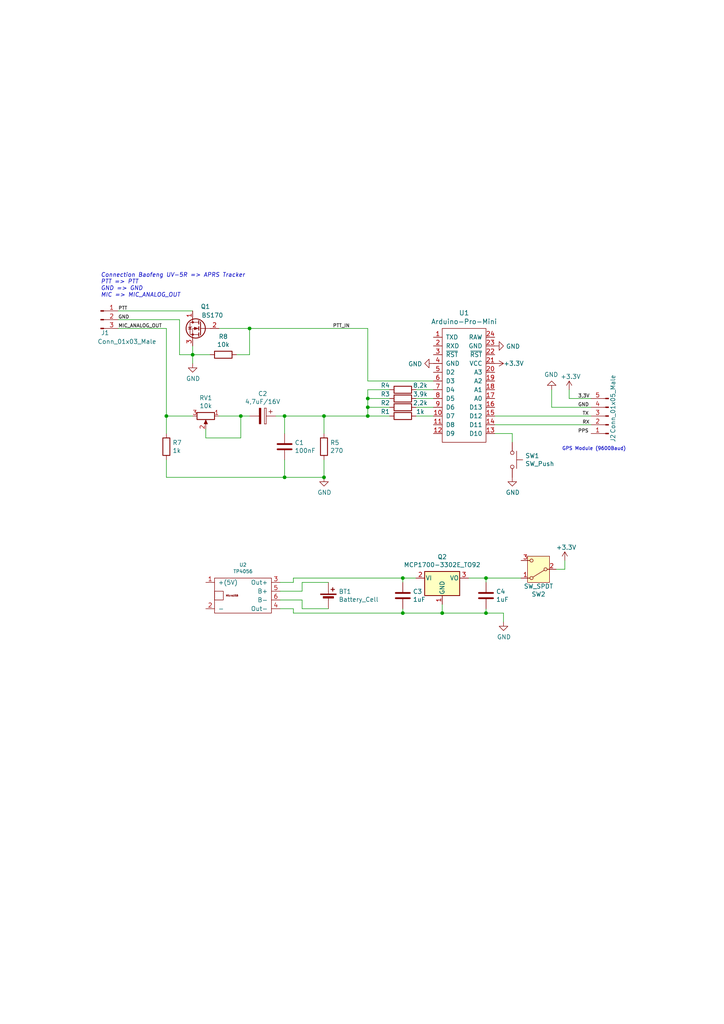
<source format=kicad_sch>
(kicad_sch (version 20230121) (generator eeschema)
  (paper "A4" portrait)
  (title_block (title "Arduino APRS Tracker") (comment 1 "Arduino Pro Mini 3,3V/8MHz"))
  (lib_symbols
    (symbol "APRS Tracker Lib:Arduino-ProMini_Arduino-Pro-Mini" (pin_names (offset 1.016))
      (property "Reference" "U" (at -3.81 21.59 0))
      (property "Value" "Arduino-ProMini_Arduino-Pro-Mini" (at 0 -13.97 0))
      (symbol "Arduino-ProMini_Arduino-Pro-Mini_0_1"
        (rectangle (start -6.35 -12.7) (end 6.35 20.32))
      )
      (symbol "Arduino-ProMini_Arduino-Pro-Mini_1_1"
        (pin tri_state line (at -8.89 17.78 0) (length 2.54) (name "TXD") (number "1"))
        (pin tri_state line (at -8.89 -5.08 0) (length 2.54) (name "D7") (number "10"))
        (pin tri_state line (at -8.89 -7.62 0) (length 2.54) (name "D8") (number "11"))
        (pin tri_state line (at -8.89 -10.16 0) (length 2.54) (name "D9") (number "12"))
        (pin tri_state line (at 8.89 -10.16 180) (length 2.54) (name "D10") (number "13"))
        (pin tri_state line (at 8.89 -7.62 180) (length 2.54) (name "D11") (number "14"))
        (pin tri_state line (at 8.89 -5.08 180) (length 2.54) (name "D12") (number "15"))
        (pin tri_state line (at 8.89 -2.54 180) (length 2.54) (name "D13") (number "16"))
        (pin tri_state line (at 8.89 0 180) (length 2.54) (name "A0") (number "17"))
        (pin tri_state line (at 8.89 2.54 180) (length 2.54) (name "A1") (number "18"))
        (pin tri_state line (at 8.89 5.08 180) (length 2.54) (name "A2") (number "19"))
        (pin tri_state line (at -8.89 15.24 0) (length 2.54) (name "RXD") (number "2"))
        (pin tri_state line (at 8.89 7.62 180) (length 2.54) (name "A3") (number "20"))
        (pin tri_state line (at 8.89 10.16 180) (length 2.54) (name "VCC") (number "21"))
        (pin input line (at 8.89 12.7 180) (length 2.54) (name "~{RST}") (number "22"))
        (pin input line (at 8.89 15.24 180) (length 2.54) (name "GND") (number "23"))
        (pin input line (at 8.89 17.78 180) (length 2.54) (name "RAW") (number "24"))
        (pin input line (at -8.89 12.7 0) (length 2.54) (name "~{RST}") (number "3"))
        (pin power_in line (at -8.89 10.16 0) (length 2.54) (name "GND") (number "4"))
        (pin tri_state line (at -8.89 7.62 0) (length 2.54) (name "D2") (number "5"))
        (pin tri_state line (at -8.89 5.08 0) (length 2.54) (name "D3") (number "6"))
        (pin tri_state line (at -8.89 2.54 0) (length 2.54) (name "D4") (number "7"))
        (pin tri_state line (at -8.89 0 0) (length 2.54) (name "D5") (number "8"))
        (pin tri_state line (at -8.89 -2.54 0) (length 2.54) (name "D6") (number "9"))
      )
    )
    (symbol "APRS Tracker Lib:Connector_Conn_01x03_Male" (pin_names (offset 1.016) hide)
      (property "Reference" "J" (at 0 5.08 0))
      (property "Value" "Connector_Conn_01x03_Male" (at 0 -5.08 0))
      (symbol "Connector_Conn_01x03_Male_1_1"
        (polyline (pts (xy 1.27 -2.54) (xy 0.8636 -2.54)) (stroke (width 0.1524)))
        (polyline (pts (xy 1.27 0) (xy 0.8636 0)) (stroke (width 0.1524)))
        (polyline (pts (xy 1.27 2.54) (xy 0.8636 2.54)) (stroke (width 0.1524)))
        (rectangle (start 0.8636 -2.413) (end 0 -2.667) (stroke (width 0.1524)) (fill (type outline)))
        (rectangle (start 0.8636 0.127) (end 0 -0.127) (stroke (width 0.1524)) (fill (type outline)))
        (rectangle (start 0.8636 2.667) (end 0 2.413) (stroke (width 0.1524)) (fill (type outline)))
        (pin passive line (at 5.08 2.54 180) (length 3.81) (name "Pin_1") (number "1"))
        (pin passive line (at 5.08 0 180) (length 3.81) (name "Pin_2") (number "2"))
        (pin passive line (at 5.08 -2.54 180) (length 3.81) (name "Pin_3") (number "3"))
      )
    )
    (symbol "APRS Tracker Lib:Connector_Conn_01x05_Male" (pin_names (offset 1.016) hide)
      (property "Reference" "J" (at 0 7.62 0))
      (property "Value" "Connector_Conn_01x05_Male" (at 0 -7.62 0))
      (symbol "Connector_Conn_01x05_Male_1_1"
        (polyline (pts (xy 1.27 -5.08) (xy 0.8636 -5.08)) (stroke (width 0.1524)))
        (polyline (pts (xy 1.27 -2.54) (xy 0.8636 -2.54)) (stroke (width 0.1524)))
        (polyline (pts (xy 1.27 0) (xy 0.8636 0)) (stroke (width 0.1524)))
        (polyline (pts (xy 1.27 2.54) (xy 0.8636 2.54)) (stroke (width 0.1524)))
        (polyline (pts (xy 1.27 5.08) (xy 0.8636 5.08)) (stroke (width 0.1524)))
        (rectangle (start 0.8636 -4.953) (end 0 -5.207) (stroke (width 0.1524)) (fill (type outline)))
        (rectangle (start 0.8636 -2.413) (end 0 -2.667) (stroke (width 0.1524)) (fill (type outline)))
        (rectangle (start 0.8636 0.127) (end 0 -0.127) (stroke (width 0.1524)) (fill (type outline)))
        (rectangle (start 0.8636 2.667) (end 0 2.413) (stroke (width 0.1524)) (fill (type outline)))
        (rectangle (start 0.8636 5.207) (end 0 4.953) (stroke (width 0.1524)) (fill (type outline)))
        (pin passive line (at 5.08 5.08 180) (length 3.81) (name "Pin_1") (number "1"))
        (pin passive line (at 5.08 2.54 180) (length 3.81) (name "Pin_2") (number "2"))
        (pin passive line (at 5.08 0 180) (length 3.81) (name "Pin_3") (number "3"))
        (pin passive line (at 5.08 -2.54 180) (length 3.81) (name "Pin_4") (number "4"))
        (pin passive line (at 5.08 -5.08 180) (length 3.81) (name "Pin_5") (number "5"))
      )
    )
    (symbol "APRS Tracker Lib:Device_CP" (pin_numbers hide) (pin_names (offset 0.254))
      (property "Reference" "C" (at 0.635 2.54 0))
      (property "Value" "Device_CP" (at 0.635 -2.54 0))
      (symbol "Device_CP_0_1"
        (rectangle (start -2.286 0.508) (end -2.286 1.016))
        (rectangle (start -2.286 0.508) (end 2.286 0.508))
        (polyline (pts (xy -1.778 2.286) (xy -0.762 2.286)))
        (polyline (pts (xy -1.27 2.794) (xy -1.27 1.778)))
        (rectangle (start 2.286 -0.508) (end -2.286 -1.016) (fill (type outline)))
        (rectangle (start 2.286 1.016) (end -2.286 1.016))
        (rectangle (start 2.286 1.016) (end 2.286 0.508))
      )
      (symbol "Device_CP_1_1"
        (pin passive line (at 0 3.81 270) (length 2.794) (name "~") (number "1"))
        (pin passive line (at 0 -3.81 90) (length 2.794) (name "~") (number "2"))
      )
    )
    (symbol "APRS Tracker Lib:Device_R_POT" (pin_names (offset 1.016) hide)
      (property "Reference" "RV" (at -4.445 0 90))
      (property "Value" "Device_R_POT" (at -2.54 0 90))
      (symbol "Device_R_POT_0_1"
        (polyline (pts (xy 2.54 0) (xy 1.524 0)))
        (polyline (pts (xy 1.143 0) (xy 2.286 0.508) (xy 2.286 -0.508) (xy 1.143 0)) (fill (type outline)))
        (rectangle (start 1.016 2.54) (end -1.016 -2.54) (stroke (width 0.254)))
      )
      (symbol "Device_R_POT_1_1"
        (pin passive line (at 0 3.81 270) (length 1.27) (name "1") (number "1"))
        (pin passive line (at 3.81 0 180) (length 1.27) (name "2") (number "2"))
        (pin passive line (at 0 -3.81 90) (length 1.27) (name "3") (number "3"))
      )
    )
    (symbol "APRS Tracker Lib:MCP1700-3302E_TO92" (pin_names (offset 0.254))
      (property "Reference" "U" (at -3.81 -3.175 0))
      (property "Value" "MCP1700-3302E_TO92" (at 0 -3.175 0))
      (symbol "MCP1700-3302E_TO92_0_1"
        (rectangle (start -5.08 5.08) (end 5.08 -1.905) (stroke (width 0.254)) (fill (type background)))
      )
      (symbol "MCP1700-3302E_TO92_1_1"
        (pin power_in line (at 0 7.62 270) (length 2.54) (name "GND") (number "1"))
        (pin power_in line (at -7.62 0 0) (length 2.54) (name "VI") (number "2"))
        (pin power_out line (at 7.62 0 180) (length 2.54) (name "VO") (number "3"))
      )
    )
    (symbol "APRS Tracker Lib:TP4056_TP4056" (pin_names (offset 1.016))
      (property "Reference" "U" (at 0 0 0))
      (property "Value" "TP4056_TP4056" (at 0 -1.27 0))
      (symbol "TP4056_TP4056_0_0"
        (text "MicroUSB" (at -2.54 -8.89 0) (effects (font (size 0.508 0.508))))
      )
      (symbol "TP4056_TP4056_0_1"
        (rectangle (start -7.62 -7.62) (end -5.08 -10.16))
        (rectangle (start -7.62 -3.81) (end 8.89 -13.97))
      )
      (symbol "TP4056_TP4056_1_1"
        (pin passive line (at -10.16 -5.08 0) (length 2.54) (name "+(5V)") (number "1"))
        (pin passive line (at -10.16 -12.7 0) (length 2.54) (name "-") (number "2"))
        (pin passive line (at 11.43 -5.08 180) (length 2.54) (name "Out+") (number "3"))
        (pin passive line (at 11.43 -12.7 180) (length 2.54) (name "Out-") (number "4"))
        (pin passive line (at 11.43 -7.62 180) (length 2.54) (name "B+") (number "5"))
        (pin passive line (at 11.43 -10.16 180) (length 2.54) (name "B-") (number "6"))
      )
    )
    (symbol "Device:Battery_Cell" (pin_numbers hide) (pin_names (offset 0) hide)
      (property "Reference" "BT" (at 2.54 2.54 0))
      (property "Value" "Battery_Cell" (at 2.54 0 0))
      (symbol "Battery_Cell_0_1"
        (rectangle (start -2.286 1.778) (end 2.286 1.524) (fill (type outline)))
        (rectangle (start -1.524 1.016) (end 1.524 0.508) (fill (type outline)))
        (polyline (pts (xy 0 0.762) (xy 0 0)))
        (polyline (pts (xy 0 1.778) (xy 0 2.54)))
        (polyline (pts (xy 0.762 3.048) (xy 1.778 3.048)) (stroke (width 0.254)))
        (polyline (pts (xy 1.27 3.556) (xy 1.27 2.54)) (stroke (width 0.254)))
      )
      (symbol "Battery_Cell_1_1"
        (pin passive line (at 0 5.08 270) (length 2.54) (name "+") (number "1"))
        (pin passive line (at 0 -2.54 90) (length 2.54) (name "-") (number "2"))
      )
    )
    (symbol "Device:C" (pin_numbers hide) (pin_names (offset 0.254))
      (property "Reference" "C" (at 0.635 2.54 0))
      (property "Value" "C" (at 0.635 -2.54 0))
      (symbol "C_0_1"
        (polyline (pts (xy -2.032 -0.762) (xy 2.032 -0.762)) (stroke (width 0.508)))
        (polyline (pts (xy -2.032 0.762) (xy 2.032 0.762)) (stroke (width 0.508)))
      )
      (symbol "C_1_1"
        (pin passive line (at 0 3.81 270) (length 2.794) (name "~") (number "1"))
        (pin passive line (at 0 -3.81 90) (length 2.794) (name "~") (number "2"))
      )
    )
    (symbol "Device:R" (pin_numbers hide) (pin_names (offset 0))
      (property "Reference" "R" (at 2.032 0 90))
      (property "Value" "R" (at 0 0 90))
      (symbol "R_0_1"
        (rectangle (start -1.016 -2.54) (end 1.016 2.54) (stroke (width 0.254)))
      )
      (symbol "R_1_1"
        (pin passive line (at 0 3.81 270) (length 1.27) (name "~") (number "1"))
        (pin passive line (at 0 -3.81 90) (length 1.27) (name "~") (number "2"))
      )
    )
    (symbol "Switch:SW_Push" (pin_numbers hide) (pin_names (offset 1.016) hide)
      (property "Reference" "SW" (at 1.27 2.54 0))
      (property "Value" "SW_Push" (at 0 -1.524 0))
      (symbol "SW_Push_0_1"
        (circle (center -2.032 0) (radius 0.508))
        (polyline (pts (xy 0 1.27) (xy 0 3.048)))
        (polyline (pts (xy 2.54 1.27) (xy -2.54 1.27)))
        (circle (center 2.032 0) (radius 0.508))
        (pin passive line (at -5.08 0 0) (length 2.54) (name "1") (number "1"))
        (pin passive line (at 5.08 0 180) (length 2.54) (name "2") (number "2"))
      )
    )
    (symbol "Switch:SW_SPDT" (pin_names (offset 0) hide)
      (property "Reference" "SW" (at 0 5.08 0))
      (property "Value" "SW_SPDT" (at 0 -5.08 0))
      (symbol "SW_SPDT_0_1"
        (circle (center -2.032 0) (radius 0.4572))
        (polyline (pts (xy -1.651 0.254) (xy 1.651 2.286)))
        (circle (center 2.032 -2.54) (radius 0.4572))
        (circle (center 2.032 2.54) (radius 0.4572))
      )
      (symbol "SW_SPDT_1_1"
        (rectangle (start -3.175 3.81) (end 3.175 -3.81) (fill (type background)))
        (pin passive line (at 5.08 2.54 180) (length 2.54) (name "A") (number "1"))
        (pin passive line (at -5.08 0 0) (length 2.54) (name "B") (number "2"))
        (pin passive line (at 5.08 -2.54 180) (length 2.54) (name "C") (number "3"))
      )
    )
    (symbol "Transistor_FET:BS170" (pin_names hide)
      (property "Reference" "Q" (at 5.08 1.905 0))
      (property "Value" "BS170" (at 5.08 0 0))
      (symbol "BS170_0_1"
        (polyline (pts (xy 0.254 0) (xy -2.54 0)))
        (polyline (pts (xy 0.254 1.905) (xy 0.254 -1.905)) (stroke (width 0.254)))
        (polyline (pts (xy 0.762 -1.27) (xy 0.762 -2.286)) (stroke (width 0.254)))
        (polyline (pts (xy 0.762 0.508) (xy 0.762 -0.508)) (stroke (width 0.254)))
        (polyline (pts (xy 0.762 2.286) (xy 0.762 1.27)) (stroke (width 0.254)))
        (polyline (pts (xy 2.54 2.54) (xy 2.54 1.778)))
        (polyline (pts (xy 2.54 -2.54) (xy 2.54 0) (xy 0.762 0)))
        (polyline (pts (xy 0.762 -1.778) (xy 3.302 -1.778) (xy 3.302 1.778) (xy 0.762 1.778)))
        (polyline (pts (xy 1.016 0) (xy 2.032 0.381) (xy 2.032 -0.381) (xy 1.016 0)) (fill (type outline)))
        (polyline (pts (xy 2.794 0.508) (xy 2.921 0.381) (xy 3.683 0.381) (xy 3.81 0.254)))
        (polyline (pts (xy 3.302 0.381) (xy 2.921 -0.254) (xy 3.683 -0.254) (xy 3.302 0.381)))
        (circle (center 1.651 0) (radius 2.794) (stroke (width 0.254)))
        (circle (center 2.54 -1.778) (radius 0.254) (fill (type outline)))
        (circle (center 2.54 1.778) (radius 0.254) (fill (type outline)))
      )
      (symbol "BS170_1_1"
        (pin passive line (at 2.54 5.08 270) (length 2.54) (name "D") (number "1"))
        (pin input line (at -5.08 0 0) (length 2.54) (name "G") (number "2"))
        (pin passive line (at 2.54 -5.08 90) (length 2.54) (name "S") (number "3"))
      )
    )
    (symbol "power:+3.3V" (power) (pin_names (offset 0))
      (property "Value" "+3.3V" (at 0 3.556 0))
      (symbol "+3.3V_0_1"
        (polyline (pts (xy -0.762 1.27) (xy 0 2.54)))
        (polyline (pts (xy 0 0) (xy 0 2.54)))
        (polyline (pts (xy 0 2.54) (xy 0.762 1.27)))
      )
      (symbol "+3.3V_1_1"
        (pin power_in line (at 0 0 90) (length 0) hide (name "+3.3V") (number "1"))
      )
    )
    (symbol "power:GND" (power) (pin_names (offset 0))
      (property "Value" "GND" (at 0 -3.81 0))
      (symbol "GND_0_1"
        (polyline (pts (xy 0 0) (xy 0 -1.27) (xy 1.27 -1.27) (xy 0 -2.54) (xy -1.27 -1.27) (xy 0 -1.27)))
      )
      (symbol "GND_1_1"
        (pin power_in line (at 0 0 270) (length 0) hide (name "GND") (number "1"))
      )
    )
  )
  (junction (at 106.68 115.57))
  (junction (at 106.68 120.65))
  (junction (at 106.68 118.11))
  (junction (at 69.85 120.65))
  (junction (at 128.27 177.8))
  (junction (at 116.84 177.8))
  (junction (at 93.98 138.43))
  (junction (at 82.55 120.65))
  (junction (at 55.88 102.87))
  (junction (at 140.97 177.8))
  (junction (at 48.26 120.65))
  (junction (at 116.84 167.64))
  (junction (at 82.55 138.43))
  (junction (at 140.97 167.64))
  (junction (at 72.39 95.25))
  (junction (at 93.98 120.65))
  (wire (pts (xy 85.09 167.64) (xy 85.09 168.91)))
  (wire (pts (xy 116.84 167.64) (xy 116.84 168.91)))
  (wire (pts (xy 140.97 167.64) (xy 140.97 168.91)))
  (wire (pts (xy 48.26 120.65) (xy 48.26 125.73)))
  (wire (pts (xy 59.69 127) (xy 59.69 124.46)))
  (wire (pts (xy 34.29 95.25) (xy 48.26 95.25)))
  (wire (pts (xy 116.84 167.64) (xy 85.09 167.64)))
  (wire (pts (xy 163.83 165.1) (xy 163.83 162.56)))
  (wire (pts (xy 163.83 165.1) (xy 161.29 165.1)))
  (wire (pts (xy 82.55 138.43) (xy 93.98 138.43)))
  (wire (pts (xy 55.88 90.17) (xy 34.29 90.17)))
  (wire (pts (xy 72.39 95.25) (xy 72.39 102.87)))
  (wire (pts (xy 148.59 125.73) (xy 148.59 128.27)))
  (wire (pts (xy 69.85 120.65) (xy 69.85 127)))
  (wire (pts (xy 63.5 120.65) (xy 69.85 120.65)))
  (wire (pts (xy 160.02 118.11) (xy 160.02 113.03)))
  (wire (pts (xy 120.65 115.57) (xy 125.73 115.57)))
  (wire (pts (xy 120.65 113.03) (xy 125.73 113.03)))
  (wire (pts (xy 81.28 168.91) (xy 85.09 168.91)))
  (wire (pts (xy 52.07 102.87) (xy 52.07 92.71)))
  (wire (pts (xy 48.26 95.25) (xy 48.26 120.65)))
  (wire (pts (xy 82.55 138.43) (xy 82.55 133.35)))
  (wire (pts (xy 106.68 110.49) (xy 125.73 110.49)))
  (wire (pts (xy 113.03 113.03) (xy 106.68 113.03)))
  (wire (pts (xy 93.98 120.65) (xy 106.68 120.65)))
  (wire (pts (xy 113.03 115.57) (xy 106.68 115.57)))
  (wire (pts (xy 81.28 171.45) (xy 87.63 171.45)))
  (wire (pts (xy 116.84 167.64) (xy 120.65 167.64)))
  (wire (pts (xy 140.97 167.64) (xy 151.13 167.64)))
  (wire (pts (xy 52.07 92.71) (xy 34.29 92.71)))
  (wire (pts (xy 87.63 171.45) (xy 87.63 168.91)))
  (wire (pts (xy 87.63 176.53) (xy 95.25 176.53)))
  (wire (pts (xy 146.05 177.8) (xy 146.05 180.34)))
  (wire (pts (xy 135.89 167.64) (xy 140.97 167.64)))
  (wire (pts (xy 116.84 176.53) (xy 116.84 177.8)))
  (wire (pts (xy 106.68 115.57) (xy 106.68 118.11)))
  (wire (pts (xy 128.27 177.8) (xy 140.97 177.8)))
  (wire (pts (xy 52.07 102.87) (xy 55.88 102.87)))
  (wire (pts (xy 140.97 176.53) (xy 140.97 177.8)))
  (wire (pts (xy 55.88 102.87) (xy 55.88 105.41)))
  (wire (pts (xy 143.51 123.19) (xy 171.45 123.19)))
  (wire (pts (xy 93.98 120.65) (xy 93.98 125.73)))
  (wire (pts (xy 120.65 120.65) (xy 125.73 120.65)))
  (wire (pts (xy 106.68 118.11) (xy 106.68 120.65)))
  (wire (pts (xy 82.55 120.65) (xy 93.98 120.65)))
  (wire (pts (xy 106.68 120.65) (xy 113.03 120.65)))
  (wire (pts (xy 87.63 168.91) (xy 95.25 168.91)))
  (wire (pts (xy 116.84 177.8) (xy 128.27 177.8)))
  (wire (pts (xy 128.27 175.26) (xy 128.27 177.8)))
  (wire (pts (xy 106.68 95.25) (xy 106.68 110.49)))
  (wire (pts (xy 85.09 176.53) (xy 85.09 177.8)))
  (wire (pts (xy 93.98 138.43) (xy 93.98 133.35)))
  (wire (pts (xy 113.03 118.11) (xy 106.68 118.11)))
  (wire (pts (xy 140.97 177.8) (xy 146.05 177.8)))
  (wire (pts (xy 72.39 102.87) (xy 68.58 102.87)))
  (wire (pts (xy 72.39 95.25) (xy 106.68 95.25)))
  (wire (pts (xy 143.51 120.65) (xy 171.45 120.65)))
  (wire (pts (xy 55.88 102.87) (xy 60.96 102.87)))
  (wire (pts (xy 87.63 173.99) (xy 87.63 176.53)))
  (wire (pts (xy 69.85 127) (xy 59.69 127)))
  (wire (pts (xy 85.09 177.8) (xy 116.84 177.8)))
  (wire (pts (xy 120.65 118.11) (xy 125.73 118.11)))
  (wire (pts (xy 80.01 120.65) (xy 82.55 120.65)))
  (wire (pts (xy 165.1 113.03) (xy 165.1 115.57)))
  (wire (pts (xy 55.88 120.65) (xy 48.26 120.65)))
  (wire (pts (xy 63.5 95.25) (xy 72.39 95.25)))
  (wire (pts (xy 55.88 100.33) (xy 55.88 102.87)))
  (wire (pts (xy 106.68 113.03) (xy 106.68 115.57)))
  (wire (pts (xy 81.28 176.53) (xy 85.09 176.53)))
  (wire (pts (xy 69.85 120.65) (xy 72.39 120.65)))
  (wire (pts (xy 165.1 115.57) (xy 171.45 115.57)))
  (wire (pts (xy 81.28 173.99) (xy 87.63 173.99)))
  (wire (pts (xy 82.55 120.65) (xy 82.55 125.73)))
  (wire (pts (xy 160.02 118.11) (xy 171.45 118.11)))
  (wire (pts (xy 143.51 125.73) (xy 148.59 125.73)))
  (wire (pts (xy 48.26 133.35) (xy 48.26 138.43)))
  (wire (pts (xy 48.26 138.43) (xy 82.55 138.43)))
  (text "GPS Module (9600Baud)" (at 181.61 130.81 0) (effects (font (size 0.9906 0.9906)) (justify right bottom)))
  (text "Connection Baofeng UV-5R => APRS Tracker\nPTT => PTT\nGND => GND\nMIC => MIC_ANALOG_OUT" (at 29.21 86.36 0) (effects (font (size 1.1938 1.1938) italic) (justify left bottom)))
  (label "GND" (at 167.64 118.11 0) (effects (font (size 0.9906 0.9906))))
  (label "TX" (at 168.91 120.65 0) (effects (font (size 0.9906 0.9906))))
  (label "3,3V" (at 167.64 115.57 0) (effects (font (size 0.9906 0.9906))))
  (label "PPS" (at 167.64 125.73 0) (effects (font (size 0.9906 0.9906))))
  (label "PTT_IN" (at 96.52 95.25 0) (effects (font (size 0.9906 0.9906))))
  (label "RX" (at 168.91 123.19 0) (effects (font (size 0.9906 0.9906))))
  (label "PTT" (at 34.29 90.17 0) (effects (font (size 0.9906 0.9906))))
  (label "GND" (at 34.29 92.71 0) (effects (font (size 0.9906 0.9906))))
  (label "MIC_ANALOG_OUT" (at 34.29 95.25 0) (effects (font (size 0.9906 0.9906))))
  (symbol (lib_id "Transistor_FET:BS170") (at 58.42 95.25 0) (mirror y) (unit 1)
    (property "Reference" "Q1" (at 60.96 88.9 0) (effects (justify left)))
    (property "Value" "BS170" (at 64.77 91.44 0) (effects (justify left)))
    (property "Footprint" "Package_TO_SOT_THT:TO-92_Inline" (effects hide))
    (property "Datasheet" "http://www.fairchildsemi.com/ds/BS/BS170.pdf" (effects hide))
  )
  (symbol (lib_id "power:GND") (at 55.88 105.41 0) (unit 1)
    (property "Reference" "#PWR01" (effects hide))
    (property "Value" "GND" (at 56.007 109.8042 0))
  )
  (symbol (lib_id "Device:R") (at 64.77 102.87 270) (unit 1)
    (property "Reference" "R8" (at 64.77 97.6122 90))
    (property "Value" "10k" (at 64.77 99.9236 90))
    (property "Footprint" "Resistor_THT:R_Axial_DIN0204_L3.6mm_D1.6mm_P7.62mm_Horizontal" (effects hide))
  )
  (symbol (lib_id "Device:R") (at 48.26 129.54 180) (unit 1)
    (property "Reference" "R7" (at 50.038 128.3716 0) (effects (justify right)))
    (property "Value" "1k" (at 50.038 130.683 0) (effects (justify right)))
    (property "Footprint" "Resistor_THT:R_Axial_DIN0204_L3.6mm_D1.6mm_P7.62mm_Horizontal" (effects hide))
  )
  (symbol (lib_id "APRS Tracker Lib:Device_R_POT") (at 59.69 120.65 270) (unit 1)
    (property "Reference" "RV1" (at 59.69 115.3922 90))
    (property "Value" "10k" (at 59.69 117.7036 90))
    (property "Footprint" "Potentiometer_THT:Potentiometer_Bourns_3296W_Vertical" (effects hide))
  )
  (symbol (lib_id "APRS Tracker Lib:Device_CP") (at 76.2 120.65 270) (unit 1)
    (property "Reference" "C2" (at 76.2 114.173 90))
    (property "Value" "4,7uF/16V" (at 76.2 116.4844 90))
    (property "Footprint" "Capacitor_THT:CP_Radial_D5.0mm_P2.50mm" (effects hide))
  )
  (symbol (lib_id "Device:C") (at 82.55 129.54 0) (unit 1)
    (property "Reference" "C1" (at 85.471 128.3716 0) (effects (justify left)))
    (property "Value" "100nF" (at 85.471 130.683 0) (effects (justify left)))
    (property "Footprint" "Capacitor_THT:CP_Radial_Tantal_D4.5mm_P2.50mm" (effects hide))
  )
  (symbol (lib_id "Device:R") (at 93.98 129.54 180) (unit 1)
    (property "Reference" "R5" (at 95.758 128.3716 0) (effects (justify right)))
    (property "Value" "270" (at 95.758 130.683 0) (effects (justify right)))
    (property "Footprint" "Resistor_THT:R_Axial_DIN0204_L3.6mm_D1.6mm_P7.62mm_Horizontal" (effects hide))
  )
  (symbol (lib_id "power:GND") (at 93.98 138.43 0) (unit 1)
    (property "Reference" "#PWR02" (effects hide))
    (property "Value" "GND" (at 94.107 142.8242 0))
  )
  (symbol (lib_id "Device:R") (at 116.84 113.03 270) (unit 1)
    (property "Reference" "R4" (at 111.76 111.76 90))
    (property "Value" "8,2k" (at 121.92 111.76 90))
    (property "Footprint" "Resistor_THT:R_Axial_DIN0204_L3.6mm_D1.6mm_P7.62mm_Horizontal" (effects hide))
  )
  (symbol (lib_id "Device:R") (at 116.84 115.57 270) (unit 1)
    (property "Reference" "R3" (at 111.76 114.3 90))
    (property "Value" "3,9k" (at 121.92 114.3 90))
    (property "Footprint" "Resistor_THT:R_Axial_DIN0204_L3.6mm_D1.6mm_P7.62mm_Horizontal" (effects hide))
  )
  (symbol (lib_id "Device:R") (at 116.84 118.11 270) (unit 1)
    (property "Reference" "R2" (at 111.76 116.84 90))
    (property "Value" "2,2k" (at 121.92 116.84 90))
    (property "Footprint" "Resistor_THT:R_Axial_DIN0204_L3.6mm_D1.6mm_P7.62mm_Horizontal" (effects hide))
  )
  (symbol (lib_id "Device:R") (at 116.84 120.65 270) (unit 1)
    (property "Reference" "R1" (at 111.76 119.38 90))
    (property "Value" "1k" (at 121.92 119.38 90))
    (property "Footprint" "Resistor_THT:R_Axial_DIN0204_L3.6mm_D1.6mm_P7.62mm_Horizontal" (effects hide))
  )
  (symbol (lib_id "power:GND") (at 125.73 105.41 270) (unit 1)
    (property "Reference" "#PWR05" (effects hide))
    (property "Value" "GND" (at 122.4788 105.537 90) (effects (justify right)))
  )
  (symbol (lib_id "power:GND") (at 143.51 100.33 90) (mirror x) (unit 1)
    (property "Reference" "#PWR06" (effects hide))
    (property "Value" "GND" (at 146.7612 100.457 90) (effects (justify right)))
  )
  (symbol (lib_id "power:+3.3V") (at 143.51 105.41 270) (unit 1)
    (property "Reference" "#PWR07" (effects hide))
    (property "Value" "+3.3V" (at 146.05 105.41 90) (effects (justify left)))
  )
  (symbol (lib_id "Switch:SW_Push") (at 148.59 133.35 270) (unit 1)
    (property "Reference" "SW1" (at 152.3492 132.1816 90) (effects (justify left)))
    (property "Value" "SW_Push" (at 152.3492 134.493 90) (effects (justify left)))
    (property "Footprint" "Button_Switch_THT:SW_Tactile_SPST_Angled_PTS645Vx31-2LFS" (effects hide))
  )
  (symbol (lib_id "power:GND") (at 148.59 138.43 0) (unit 1)
    (property "Reference" "#PWR08" (effects hide))
    (property "Value" "GND" (at 148.717 142.8242 0))
  )
  (symbol (lib_id "power:GND") (at 160.02 113.03 180) (unit 1)
    (property "Reference" "#PWR09" (effects hide))
    (property "Value" "GND" (at 159.893 108.6358 0))
  )
  (symbol (lib_id "power:+3.3V") (at 165.1 113.03 0) (unit 1)
    (property "Reference" "#PWR010" (effects hide))
    (property "Value" "+3.3V" (at 162.56 109.22 0) (effects (justify left)))
  )
  (symbol (lib_id "Device:Battery_Cell") (at 95.25 173.99 0) (unit 1)
    (property "Reference" "BT1" (at 98.2472 171.5516 0) (effects (justify left)))
    (property "Value" "Battery_Cell" (at 98.2472 173.863 0) (effects (justify left)))
    (property "Footprint" "Battery_ClipHolder_18650:Battery_ClipHolder_18650" (effects hide))
  )
  (symbol (lib_id "APRS Tracker Lib:Arduino-ProMini_Arduino-Pro-Mini") (at 134.62 115.57 0) (unit 1)
    (property "Reference" "U1" (at 134.62 90.7542 0) (effects (font (size 1.397 1.397))))
    (property "Value" "Arduino-Pro-Mini" (at 134.62 93.2688 0) (effects (font (size 1.397 1.397))))
    (property "Footprint" "Arduino-ProMini:Arduino-ProMini" (effects hide))
  )
  (symbol (lib_id "APRS Tracker Lib:TP4056_TP4056") (at 69.85 163.83 0) (unit 1)
    (property "Reference" "U2" (at 70.485 163.8046 0) (effects (font (size 0.9906 0.9906))))
    (property "Value" "TP4056" (at 70.485 165.7096 0) (effects (font (size 0.9906 0.9906))))
    (property "Footprint" "TP4056:TP4056-18650" (effects hide))
  )
  (symbol (lib_id "APRS Tracker Lib:MCP1700-3302E_TO92") (at 128.27 167.64 0) (mirror x) (unit 1)
    (property "Reference" "Q2" (at 128.27 161.4932 0))
    (property "Value" "MCP1700-3302E_TO92" (at 128.27 163.8046 0))
    (property "Footprint" "Package_TO_SOT_THT:TO-92_Inline" (effects hide))
    (property "Datasheet" "http://ww1.microchip.com/downloads/en/DeviceDoc/20001826C.pdf" (effects hide))
  )
  (symbol (lib_id "power:GND") (at 146.05 180.34 0) (unit 1)
    (property "Reference" "#PWR04" (effects hide))
    (property "Value" "GND" (at 146.177 184.7342 0))
  )
  (symbol (lib_id "power:+3.3V") (at 163.83 162.56 0) (unit 1)
    (property "Reference" "#PWR03" (effects hide))
    (property "Value" "+3.3V" (at 161.29 158.75 0) (effects (justify left)))
  )
  (symbol (lib_id "Device:C") (at 116.84 172.72 0) (unit 1)
    (property "Reference" "C3" (at 119.761 171.5516 0) (effects (justify left)))
    (property "Value" "1uF" (at 119.761 173.863 0) (effects (justify left)))
    (property "Footprint" "Capacitor_THT:CP_Radial_Tantal_D4.5mm_P2.50mm" (effects hide))
  )
  (symbol (lib_id "Device:C") (at 140.97 172.72 0) (unit 1)
    (property "Reference" "C4" (at 143.891 171.5516 0) (effects (justify left)))
    (property "Value" "1uF" (at 143.891 173.863 0) (effects (justify left)))
    (property "Footprint" "Capacitor_THT:CP_Radial_Tantal_D4.5mm_P2.50mm" (effects hide))
  )
  (symbol (lib_id "APRS Tracker Lib:Connector_Conn_01x03_Male") (at 29.21 92.71 0) (unit 1)
    (property "Reference" "J1" (at 30.48 96.52 0))
    (property "Value" "Conn_01x03_Male" (at 36.83 99.06 0))
    (property "Footprint" "Connector_PinHeader_2.54mm:PinHeader_1x03_P2.54mm_Horizontal" (effects hide))
  )
  (symbol (lib_id "APRS Tracker Lib:Connector_Conn_01x05_Male") (at 176.53 120.65 180) (unit 1)
    (property "Reference" "J2" (at 177.8 128.27 90) (effects (justify right)))
    (property "Value" "Conn_01x05_Male" (at 177.8 125.73 90) (effects (justify right)))
    (property "Footprint" "Connector_PinHeader_2.54mm:PinHeader_1x05_P2.54mm_Horizontal" (effects hide))
  )
  (symbol (lib_id "Switch:SW_SPDT") (at 156.21 165.1 180) (unit 1)
    (property "Reference" "SW2" (at 156.21 172.339 0))
    (property "Value" "SW_SPDT" (at 156.21 170.0276 0))
    (property "Footprint" "Button_Switch_THT:SW_CuK_JS202011BQN_SPDT_Angled" (effects hide))
  )
)
</source>
